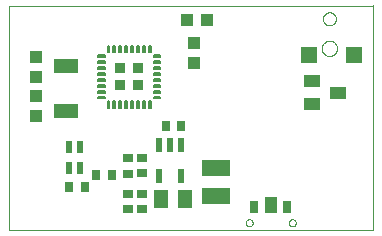
<source format=gtp>
G75*
%MOIN*%
%OFA0B0*%
%FSLAX25Y25*%
%IPPOS*%
%LPD*%
%AMOC8*
5,1,8,0,0,1.08239X$1,22.5*
%
%ADD10C,0.00000*%
%ADD11R,0.03937X0.04331*%
%ADD12R,0.04331X0.03937*%
%ADD13R,0.09449X0.05512*%
%ADD14R,0.03543X0.02756*%
%ADD15R,0.05118X0.06299*%
%ADD16R,0.05512X0.05512*%
%ADD17R,0.05512X0.03937*%
%ADD18R,0.02756X0.03543*%
%ADD19C,0.00591*%
%ADD20R,0.03740X0.03740*%
%ADD21R,0.07874X0.05118*%
%ADD22R,0.02165X0.04724*%
%ADD23R,0.02362X0.04429*%
%ADD24R,0.02756X0.04331*%
%ADD25R,0.04331X0.05512*%
D10*
X0030649Y0017263D02*
X0030649Y0092177D01*
X0152011Y0092177D01*
X0152011Y0092208D01*
X0152011Y0092177D02*
X0152011Y0017263D01*
X0152011Y0017247D01*
X0152011Y0017263D02*
X0030649Y0017263D01*
X0109471Y0019767D02*
X0109473Y0019836D01*
X0109479Y0019904D01*
X0109489Y0019972D01*
X0109503Y0020039D01*
X0109521Y0020106D01*
X0109542Y0020171D01*
X0109568Y0020235D01*
X0109597Y0020297D01*
X0109629Y0020357D01*
X0109665Y0020416D01*
X0109705Y0020472D01*
X0109747Y0020526D01*
X0109793Y0020577D01*
X0109842Y0020626D01*
X0109893Y0020672D01*
X0109947Y0020714D01*
X0110003Y0020754D01*
X0110061Y0020790D01*
X0110122Y0020822D01*
X0110184Y0020851D01*
X0110248Y0020877D01*
X0110313Y0020898D01*
X0110380Y0020916D01*
X0110447Y0020930D01*
X0110515Y0020940D01*
X0110583Y0020946D01*
X0110652Y0020948D01*
X0110721Y0020946D01*
X0110789Y0020940D01*
X0110857Y0020930D01*
X0110924Y0020916D01*
X0110991Y0020898D01*
X0111056Y0020877D01*
X0111120Y0020851D01*
X0111182Y0020822D01*
X0111242Y0020790D01*
X0111301Y0020754D01*
X0111357Y0020714D01*
X0111411Y0020672D01*
X0111462Y0020626D01*
X0111511Y0020577D01*
X0111557Y0020526D01*
X0111599Y0020472D01*
X0111639Y0020416D01*
X0111675Y0020357D01*
X0111707Y0020297D01*
X0111736Y0020235D01*
X0111762Y0020171D01*
X0111783Y0020106D01*
X0111801Y0020039D01*
X0111815Y0019972D01*
X0111825Y0019904D01*
X0111831Y0019836D01*
X0111833Y0019767D01*
X0111831Y0019698D01*
X0111825Y0019630D01*
X0111815Y0019562D01*
X0111801Y0019495D01*
X0111783Y0019428D01*
X0111762Y0019363D01*
X0111736Y0019299D01*
X0111707Y0019237D01*
X0111675Y0019176D01*
X0111639Y0019118D01*
X0111599Y0019062D01*
X0111557Y0019008D01*
X0111511Y0018957D01*
X0111462Y0018908D01*
X0111411Y0018862D01*
X0111357Y0018820D01*
X0111301Y0018780D01*
X0111243Y0018744D01*
X0111182Y0018712D01*
X0111120Y0018683D01*
X0111056Y0018657D01*
X0110991Y0018636D01*
X0110924Y0018618D01*
X0110857Y0018604D01*
X0110789Y0018594D01*
X0110721Y0018588D01*
X0110652Y0018586D01*
X0110583Y0018588D01*
X0110515Y0018594D01*
X0110447Y0018604D01*
X0110380Y0018618D01*
X0110313Y0018636D01*
X0110248Y0018657D01*
X0110184Y0018683D01*
X0110122Y0018712D01*
X0110061Y0018744D01*
X0110003Y0018780D01*
X0109947Y0018820D01*
X0109893Y0018862D01*
X0109842Y0018908D01*
X0109793Y0018957D01*
X0109747Y0019008D01*
X0109705Y0019062D01*
X0109665Y0019118D01*
X0109629Y0019176D01*
X0109597Y0019237D01*
X0109568Y0019299D01*
X0109542Y0019363D01*
X0109521Y0019428D01*
X0109503Y0019495D01*
X0109489Y0019562D01*
X0109479Y0019630D01*
X0109473Y0019698D01*
X0109471Y0019767D01*
X0123842Y0019767D02*
X0123844Y0019836D01*
X0123850Y0019904D01*
X0123860Y0019972D01*
X0123874Y0020039D01*
X0123892Y0020106D01*
X0123913Y0020171D01*
X0123939Y0020235D01*
X0123968Y0020297D01*
X0124000Y0020357D01*
X0124036Y0020416D01*
X0124076Y0020472D01*
X0124118Y0020526D01*
X0124164Y0020577D01*
X0124213Y0020626D01*
X0124264Y0020672D01*
X0124318Y0020714D01*
X0124374Y0020754D01*
X0124432Y0020790D01*
X0124493Y0020822D01*
X0124555Y0020851D01*
X0124619Y0020877D01*
X0124684Y0020898D01*
X0124751Y0020916D01*
X0124818Y0020930D01*
X0124886Y0020940D01*
X0124954Y0020946D01*
X0125023Y0020948D01*
X0125092Y0020946D01*
X0125160Y0020940D01*
X0125228Y0020930D01*
X0125295Y0020916D01*
X0125362Y0020898D01*
X0125427Y0020877D01*
X0125491Y0020851D01*
X0125553Y0020822D01*
X0125613Y0020790D01*
X0125672Y0020754D01*
X0125728Y0020714D01*
X0125782Y0020672D01*
X0125833Y0020626D01*
X0125882Y0020577D01*
X0125928Y0020526D01*
X0125970Y0020472D01*
X0126010Y0020416D01*
X0126046Y0020357D01*
X0126078Y0020297D01*
X0126107Y0020235D01*
X0126133Y0020171D01*
X0126154Y0020106D01*
X0126172Y0020039D01*
X0126186Y0019972D01*
X0126196Y0019904D01*
X0126202Y0019836D01*
X0126204Y0019767D01*
X0126202Y0019698D01*
X0126196Y0019630D01*
X0126186Y0019562D01*
X0126172Y0019495D01*
X0126154Y0019428D01*
X0126133Y0019363D01*
X0126107Y0019299D01*
X0126078Y0019237D01*
X0126046Y0019176D01*
X0126010Y0019118D01*
X0125970Y0019062D01*
X0125928Y0019008D01*
X0125882Y0018957D01*
X0125833Y0018908D01*
X0125782Y0018862D01*
X0125728Y0018820D01*
X0125672Y0018780D01*
X0125614Y0018744D01*
X0125553Y0018712D01*
X0125491Y0018683D01*
X0125427Y0018657D01*
X0125362Y0018636D01*
X0125295Y0018618D01*
X0125228Y0018604D01*
X0125160Y0018594D01*
X0125092Y0018588D01*
X0125023Y0018586D01*
X0124954Y0018588D01*
X0124886Y0018594D01*
X0124818Y0018604D01*
X0124751Y0018618D01*
X0124684Y0018636D01*
X0124619Y0018657D01*
X0124555Y0018683D01*
X0124493Y0018712D01*
X0124432Y0018744D01*
X0124374Y0018780D01*
X0124318Y0018820D01*
X0124264Y0018862D01*
X0124213Y0018908D01*
X0124164Y0018957D01*
X0124118Y0019008D01*
X0124076Y0019062D01*
X0124036Y0019118D01*
X0124000Y0019176D01*
X0123968Y0019237D01*
X0123939Y0019299D01*
X0123913Y0019363D01*
X0123892Y0019428D01*
X0123874Y0019495D01*
X0123860Y0019562D01*
X0123850Y0019630D01*
X0123844Y0019698D01*
X0123842Y0019767D01*
X0134874Y0077905D02*
X0134876Y0078006D01*
X0134882Y0078107D01*
X0134892Y0078208D01*
X0134906Y0078308D01*
X0134924Y0078407D01*
X0134946Y0078506D01*
X0134971Y0078604D01*
X0135001Y0078701D01*
X0135034Y0078796D01*
X0135071Y0078890D01*
X0135112Y0078983D01*
X0135156Y0079074D01*
X0135204Y0079163D01*
X0135256Y0079250D01*
X0135311Y0079335D01*
X0135369Y0079417D01*
X0135430Y0079498D01*
X0135495Y0079576D01*
X0135562Y0079651D01*
X0135632Y0079723D01*
X0135706Y0079793D01*
X0135782Y0079860D01*
X0135860Y0079924D01*
X0135941Y0079984D01*
X0136024Y0080041D01*
X0136110Y0080095D01*
X0136198Y0080146D01*
X0136287Y0080193D01*
X0136378Y0080237D01*
X0136471Y0080276D01*
X0136566Y0080313D01*
X0136661Y0080345D01*
X0136758Y0080374D01*
X0136857Y0080398D01*
X0136955Y0080419D01*
X0137055Y0080436D01*
X0137155Y0080449D01*
X0137256Y0080458D01*
X0137357Y0080463D01*
X0137458Y0080464D01*
X0137559Y0080461D01*
X0137660Y0080454D01*
X0137761Y0080443D01*
X0137861Y0080428D01*
X0137960Y0080409D01*
X0138059Y0080386D01*
X0138156Y0080360D01*
X0138253Y0080329D01*
X0138348Y0080295D01*
X0138441Y0080257D01*
X0138534Y0080215D01*
X0138624Y0080170D01*
X0138713Y0080121D01*
X0138799Y0080069D01*
X0138883Y0080013D01*
X0138966Y0079954D01*
X0139045Y0079892D01*
X0139123Y0079827D01*
X0139197Y0079759D01*
X0139269Y0079687D01*
X0139338Y0079614D01*
X0139404Y0079537D01*
X0139467Y0079458D01*
X0139527Y0079376D01*
X0139583Y0079292D01*
X0139636Y0079206D01*
X0139686Y0079118D01*
X0139732Y0079028D01*
X0139775Y0078937D01*
X0139814Y0078843D01*
X0139849Y0078748D01*
X0139880Y0078652D01*
X0139908Y0078555D01*
X0139932Y0078457D01*
X0139952Y0078358D01*
X0139968Y0078258D01*
X0139980Y0078157D01*
X0139988Y0078057D01*
X0139992Y0077956D01*
X0139992Y0077854D01*
X0139988Y0077753D01*
X0139980Y0077653D01*
X0139968Y0077552D01*
X0139952Y0077452D01*
X0139932Y0077353D01*
X0139908Y0077255D01*
X0139880Y0077158D01*
X0139849Y0077062D01*
X0139814Y0076967D01*
X0139775Y0076873D01*
X0139732Y0076782D01*
X0139686Y0076692D01*
X0139636Y0076604D01*
X0139583Y0076518D01*
X0139527Y0076434D01*
X0139467Y0076352D01*
X0139404Y0076273D01*
X0139338Y0076196D01*
X0139269Y0076123D01*
X0139197Y0076051D01*
X0139123Y0075983D01*
X0139045Y0075918D01*
X0138966Y0075856D01*
X0138883Y0075797D01*
X0138799Y0075741D01*
X0138712Y0075689D01*
X0138624Y0075640D01*
X0138534Y0075595D01*
X0138441Y0075553D01*
X0138348Y0075515D01*
X0138253Y0075481D01*
X0138156Y0075450D01*
X0138059Y0075424D01*
X0137960Y0075401D01*
X0137861Y0075382D01*
X0137761Y0075367D01*
X0137660Y0075356D01*
X0137559Y0075349D01*
X0137458Y0075346D01*
X0137357Y0075347D01*
X0137256Y0075352D01*
X0137155Y0075361D01*
X0137055Y0075374D01*
X0136955Y0075391D01*
X0136857Y0075412D01*
X0136758Y0075436D01*
X0136661Y0075465D01*
X0136566Y0075497D01*
X0136471Y0075534D01*
X0136378Y0075573D01*
X0136287Y0075617D01*
X0136198Y0075664D01*
X0136110Y0075715D01*
X0136024Y0075769D01*
X0135941Y0075826D01*
X0135860Y0075886D01*
X0135782Y0075950D01*
X0135706Y0076017D01*
X0135632Y0076087D01*
X0135562Y0076159D01*
X0135495Y0076234D01*
X0135430Y0076312D01*
X0135369Y0076393D01*
X0135311Y0076475D01*
X0135256Y0076560D01*
X0135204Y0076647D01*
X0135156Y0076736D01*
X0135112Y0076827D01*
X0135071Y0076920D01*
X0135034Y0077014D01*
X0135001Y0077109D01*
X0134971Y0077206D01*
X0134946Y0077304D01*
X0134924Y0077403D01*
X0134906Y0077502D01*
X0134892Y0077602D01*
X0134882Y0077703D01*
X0134876Y0077804D01*
X0134874Y0077905D01*
X0135268Y0087747D02*
X0135270Y0087840D01*
X0135276Y0087932D01*
X0135286Y0088024D01*
X0135300Y0088115D01*
X0135317Y0088206D01*
X0135339Y0088296D01*
X0135364Y0088385D01*
X0135393Y0088473D01*
X0135426Y0088559D01*
X0135463Y0088644D01*
X0135503Y0088728D01*
X0135547Y0088809D01*
X0135594Y0088889D01*
X0135644Y0088967D01*
X0135698Y0089042D01*
X0135755Y0089115D01*
X0135815Y0089185D01*
X0135878Y0089253D01*
X0135944Y0089318D01*
X0136012Y0089380D01*
X0136083Y0089440D01*
X0136157Y0089496D01*
X0136233Y0089549D01*
X0136311Y0089598D01*
X0136391Y0089645D01*
X0136473Y0089687D01*
X0136557Y0089727D01*
X0136642Y0089762D01*
X0136729Y0089794D01*
X0136817Y0089823D01*
X0136906Y0089847D01*
X0136996Y0089868D01*
X0137087Y0089884D01*
X0137179Y0089897D01*
X0137271Y0089906D01*
X0137364Y0089911D01*
X0137456Y0089912D01*
X0137549Y0089909D01*
X0137641Y0089902D01*
X0137733Y0089891D01*
X0137824Y0089876D01*
X0137915Y0089858D01*
X0138005Y0089835D01*
X0138093Y0089809D01*
X0138181Y0089779D01*
X0138267Y0089745D01*
X0138351Y0089708D01*
X0138434Y0089666D01*
X0138515Y0089622D01*
X0138595Y0089574D01*
X0138672Y0089523D01*
X0138746Y0089468D01*
X0138819Y0089410D01*
X0138889Y0089350D01*
X0138956Y0089286D01*
X0139020Y0089220D01*
X0139082Y0089150D01*
X0139140Y0089079D01*
X0139195Y0089005D01*
X0139247Y0088928D01*
X0139296Y0088849D01*
X0139342Y0088769D01*
X0139384Y0088686D01*
X0139422Y0088602D01*
X0139457Y0088516D01*
X0139488Y0088429D01*
X0139515Y0088341D01*
X0139538Y0088251D01*
X0139558Y0088161D01*
X0139574Y0088070D01*
X0139586Y0087978D01*
X0139594Y0087886D01*
X0139598Y0087793D01*
X0139598Y0087701D01*
X0139594Y0087608D01*
X0139586Y0087516D01*
X0139574Y0087424D01*
X0139558Y0087333D01*
X0139538Y0087243D01*
X0139515Y0087153D01*
X0139488Y0087065D01*
X0139457Y0086978D01*
X0139422Y0086892D01*
X0139384Y0086808D01*
X0139342Y0086725D01*
X0139296Y0086645D01*
X0139247Y0086566D01*
X0139195Y0086489D01*
X0139140Y0086415D01*
X0139082Y0086344D01*
X0139020Y0086274D01*
X0138956Y0086208D01*
X0138889Y0086144D01*
X0138819Y0086084D01*
X0138746Y0086026D01*
X0138672Y0085971D01*
X0138595Y0085920D01*
X0138516Y0085872D01*
X0138434Y0085828D01*
X0138351Y0085786D01*
X0138267Y0085749D01*
X0138181Y0085715D01*
X0138093Y0085685D01*
X0138005Y0085659D01*
X0137915Y0085636D01*
X0137824Y0085618D01*
X0137733Y0085603D01*
X0137641Y0085592D01*
X0137549Y0085585D01*
X0137456Y0085582D01*
X0137364Y0085583D01*
X0137271Y0085588D01*
X0137179Y0085597D01*
X0137087Y0085610D01*
X0136996Y0085626D01*
X0136906Y0085647D01*
X0136817Y0085671D01*
X0136729Y0085700D01*
X0136642Y0085732D01*
X0136557Y0085767D01*
X0136473Y0085807D01*
X0136391Y0085849D01*
X0136311Y0085896D01*
X0136233Y0085945D01*
X0136157Y0085998D01*
X0136083Y0086054D01*
X0136012Y0086114D01*
X0135944Y0086176D01*
X0135878Y0086241D01*
X0135815Y0086309D01*
X0135755Y0086379D01*
X0135698Y0086452D01*
X0135644Y0086527D01*
X0135594Y0086605D01*
X0135547Y0086685D01*
X0135503Y0086766D01*
X0135463Y0086850D01*
X0135426Y0086935D01*
X0135393Y0087021D01*
X0135364Y0087109D01*
X0135339Y0087198D01*
X0135317Y0087288D01*
X0135300Y0087379D01*
X0135286Y0087470D01*
X0135276Y0087562D01*
X0135270Y0087654D01*
X0135268Y0087747D01*
D11*
X0092116Y0079625D03*
X0092116Y0072933D03*
X0039759Y0075196D03*
X0039759Y0068503D03*
X0039759Y0062055D03*
X0039759Y0055362D03*
D12*
X0090066Y0087212D03*
X0096759Y0087212D03*
D13*
X0099558Y0038118D03*
X0099558Y0028669D03*
D14*
X0075074Y0029444D03*
X0070184Y0029405D03*
X0075074Y0024326D03*
X0070184Y0024287D03*
X0070267Y0036188D03*
X0074999Y0036244D03*
X0074999Y0041362D03*
X0070267Y0041307D03*
D15*
X0081373Y0027818D03*
X0089247Y0027818D03*
D16*
X0130665Y0075870D03*
X0145626Y0075870D03*
D17*
X0131503Y0066921D03*
X0140164Y0063181D03*
X0131503Y0059440D03*
D18*
X0088046Y0051877D03*
X0082928Y0051877D03*
X0064845Y0035555D03*
X0059727Y0035555D03*
X0055790Y0031539D03*
X0050672Y0031539D03*
D19*
X0063448Y0058070D02*
X0064038Y0058070D01*
X0063448Y0058070D02*
X0063448Y0060236D01*
X0064038Y0060236D01*
X0064038Y0058070D01*
X0064038Y0058660D02*
X0063448Y0058660D01*
X0063448Y0059250D02*
X0064038Y0059250D01*
X0064038Y0059840D02*
X0063448Y0059840D01*
X0065417Y0058070D02*
X0066007Y0058070D01*
X0065417Y0058070D02*
X0065417Y0060236D01*
X0066007Y0060236D01*
X0066007Y0058070D01*
X0066007Y0058660D02*
X0065417Y0058660D01*
X0065417Y0059250D02*
X0066007Y0059250D01*
X0066007Y0059840D02*
X0065417Y0059840D01*
X0067385Y0058070D02*
X0067975Y0058070D01*
X0067385Y0058070D02*
X0067385Y0060236D01*
X0067975Y0060236D01*
X0067975Y0058070D01*
X0067975Y0058660D02*
X0067385Y0058660D01*
X0067385Y0059250D02*
X0067975Y0059250D01*
X0067975Y0059840D02*
X0067385Y0059840D01*
X0069354Y0058070D02*
X0069944Y0058070D01*
X0069354Y0058070D02*
X0069354Y0060236D01*
X0069944Y0060236D01*
X0069944Y0058070D01*
X0069944Y0058660D02*
X0069354Y0058660D01*
X0069354Y0059250D02*
X0069944Y0059250D01*
X0069944Y0059840D02*
X0069354Y0059840D01*
X0071322Y0058070D02*
X0071912Y0058070D01*
X0071322Y0058070D02*
X0071322Y0060236D01*
X0071912Y0060236D01*
X0071912Y0058070D01*
X0071912Y0058660D02*
X0071322Y0058660D01*
X0071322Y0059250D02*
X0071912Y0059250D01*
X0071912Y0059840D02*
X0071322Y0059840D01*
X0073291Y0058070D02*
X0073881Y0058070D01*
X0073291Y0058070D02*
X0073291Y0060236D01*
X0073881Y0060236D01*
X0073881Y0058070D01*
X0073881Y0058660D02*
X0073291Y0058660D01*
X0073291Y0059250D02*
X0073881Y0059250D01*
X0073881Y0059840D02*
X0073291Y0059840D01*
X0075259Y0058070D02*
X0075849Y0058070D01*
X0075259Y0058070D02*
X0075259Y0060236D01*
X0075849Y0060236D01*
X0075849Y0058070D01*
X0075849Y0058660D02*
X0075259Y0058660D01*
X0075259Y0059250D02*
X0075849Y0059250D01*
X0075849Y0059840D02*
X0075259Y0059840D01*
X0077228Y0058070D02*
X0077818Y0058070D01*
X0077228Y0058070D02*
X0077228Y0060236D01*
X0077818Y0060236D01*
X0077818Y0058070D01*
X0077818Y0058660D02*
X0077228Y0058660D01*
X0077228Y0059250D02*
X0077818Y0059250D01*
X0077818Y0059840D02*
X0077228Y0059840D01*
X0078802Y0061220D02*
X0080968Y0061220D01*
X0078802Y0061220D02*
X0078802Y0061810D01*
X0080968Y0061810D01*
X0080968Y0061220D01*
X0080968Y0061810D02*
X0078802Y0061810D01*
X0078802Y0063189D02*
X0080968Y0063189D01*
X0078802Y0063189D02*
X0078802Y0063779D01*
X0080968Y0063779D01*
X0080968Y0063189D01*
X0080968Y0063779D02*
X0078802Y0063779D01*
X0078802Y0065157D02*
X0080968Y0065157D01*
X0078802Y0065157D02*
X0078802Y0065747D01*
X0080968Y0065747D01*
X0080968Y0065157D01*
X0080968Y0065747D02*
X0078802Y0065747D01*
X0078802Y0067126D02*
X0080968Y0067126D01*
X0078802Y0067126D02*
X0078802Y0067716D01*
X0080968Y0067716D01*
X0080968Y0067126D01*
X0080968Y0067716D02*
X0078802Y0067716D01*
X0078802Y0069094D02*
X0080968Y0069094D01*
X0078802Y0069094D02*
X0078802Y0069684D01*
X0080968Y0069684D01*
X0080968Y0069094D01*
X0080968Y0069684D02*
X0078802Y0069684D01*
X0078802Y0071063D02*
X0080968Y0071063D01*
X0078802Y0071063D02*
X0078802Y0071653D01*
X0080968Y0071653D01*
X0080968Y0071063D01*
X0080968Y0071653D02*
X0078802Y0071653D01*
X0078802Y0073031D02*
X0080968Y0073031D01*
X0078802Y0073031D02*
X0078802Y0073621D01*
X0080968Y0073621D01*
X0080968Y0073031D01*
X0080968Y0073621D02*
X0078802Y0073621D01*
X0078802Y0075000D02*
X0080968Y0075000D01*
X0078802Y0075000D02*
X0078802Y0075590D01*
X0080968Y0075590D01*
X0080968Y0075000D01*
X0080968Y0075590D02*
X0078802Y0075590D01*
X0077818Y0076574D02*
X0077228Y0076574D01*
X0077228Y0078740D01*
X0077818Y0078740D01*
X0077818Y0076574D01*
X0077818Y0077164D02*
X0077228Y0077164D01*
X0077228Y0077754D02*
X0077818Y0077754D01*
X0077818Y0078344D02*
X0077228Y0078344D01*
X0075849Y0076574D02*
X0075259Y0076574D01*
X0075259Y0078740D01*
X0075849Y0078740D01*
X0075849Y0076574D01*
X0075849Y0077164D02*
X0075259Y0077164D01*
X0075259Y0077754D02*
X0075849Y0077754D01*
X0075849Y0078344D02*
X0075259Y0078344D01*
X0073881Y0076574D02*
X0073291Y0076574D01*
X0073291Y0078740D01*
X0073881Y0078740D01*
X0073881Y0076574D01*
X0073881Y0077164D02*
X0073291Y0077164D01*
X0073291Y0077754D02*
X0073881Y0077754D01*
X0073881Y0078344D02*
X0073291Y0078344D01*
X0071912Y0076574D02*
X0071322Y0076574D01*
X0071322Y0078740D01*
X0071912Y0078740D01*
X0071912Y0076574D01*
X0071912Y0077164D02*
X0071322Y0077164D01*
X0071322Y0077754D02*
X0071912Y0077754D01*
X0071912Y0078344D02*
X0071322Y0078344D01*
X0069944Y0076574D02*
X0069354Y0076574D01*
X0069354Y0078740D01*
X0069944Y0078740D01*
X0069944Y0076574D01*
X0069944Y0077164D02*
X0069354Y0077164D01*
X0069354Y0077754D02*
X0069944Y0077754D01*
X0069944Y0078344D02*
X0069354Y0078344D01*
X0067975Y0076574D02*
X0067385Y0076574D01*
X0067385Y0078740D01*
X0067975Y0078740D01*
X0067975Y0076574D01*
X0067975Y0077164D02*
X0067385Y0077164D01*
X0067385Y0077754D02*
X0067975Y0077754D01*
X0067975Y0078344D02*
X0067385Y0078344D01*
X0066007Y0076574D02*
X0065417Y0076574D01*
X0065417Y0078740D01*
X0066007Y0078740D01*
X0066007Y0076574D01*
X0066007Y0077164D02*
X0065417Y0077164D01*
X0065417Y0077754D02*
X0066007Y0077754D01*
X0066007Y0078344D02*
X0065417Y0078344D01*
X0064038Y0076574D02*
X0063448Y0076574D01*
X0063448Y0078740D01*
X0064038Y0078740D01*
X0064038Y0076574D01*
X0064038Y0077164D02*
X0063448Y0077164D01*
X0063448Y0077754D02*
X0064038Y0077754D01*
X0064038Y0078344D02*
X0063448Y0078344D01*
X0062464Y0075000D02*
X0060298Y0075000D01*
X0060298Y0075590D01*
X0062464Y0075590D01*
X0062464Y0075000D01*
X0062464Y0075590D02*
X0060298Y0075590D01*
X0060298Y0073031D02*
X0062464Y0073031D01*
X0060298Y0073031D02*
X0060298Y0073621D01*
X0062464Y0073621D01*
X0062464Y0073031D01*
X0062464Y0073621D02*
X0060298Y0073621D01*
X0060298Y0071063D02*
X0062464Y0071063D01*
X0060298Y0071063D02*
X0060298Y0071653D01*
X0062464Y0071653D01*
X0062464Y0071063D01*
X0062464Y0071653D02*
X0060298Y0071653D01*
X0060298Y0069094D02*
X0062464Y0069094D01*
X0060298Y0069094D02*
X0060298Y0069684D01*
X0062464Y0069684D01*
X0062464Y0069094D01*
X0062464Y0069684D02*
X0060298Y0069684D01*
X0060298Y0067126D02*
X0062464Y0067126D01*
X0060298Y0067126D02*
X0060298Y0067716D01*
X0062464Y0067716D01*
X0062464Y0067126D01*
X0062464Y0067716D02*
X0060298Y0067716D01*
X0060298Y0065157D02*
X0062464Y0065157D01*
X0060298Y0065157D02*
X0060298Y0065747D01*
X0062464Y0065747D01*
X0062464Y0065157D01*
X0062464Y0065747D02*
X0060298Y0065747D01*
X0060298Y0063189D02*
X0062464Y0063189D01*
X0060298Y0063189D02*
X0060298Y0063779D01*
X0062464Y0063779D01*
X0062464Y0063189D01*
X0062464Y0063779D02*
X0060298Y0063779D01*
X0060298Y0061220D02*
X0062464Y0061220D01*
X0060298Y0061220D02*
X0060298Y0061810D01*
X0062464Y0061810D01*
X0062464Y0061220D01*
X0062464Y0061810D02*
X0060298Y0061810D01*
D20*
X0067778Y0065551D03*
X0067778Y0071259D03*
X0073487Y0071259D03*
X0073487Y0065551D03*
D21*
X0049578Y0072102D03*
X0049578Y0057141D03*
D22*
X0080475Y0045712D03*
X0084215Y0045712D03*
X0087956Y0045712D03*
X0087956Y0035476D03*
X0080475Y0035476D03*
D23*
X0054196Y0038123D03*
X0050456Y0038123D03*
X0050456Y0045112D03*
X0054196Y0045112D03*
D24*
X0112286Y0024885D03*
X0123310Y0025082D03*
D25*
X0117837Y0025870D03*
M02*

</source>
